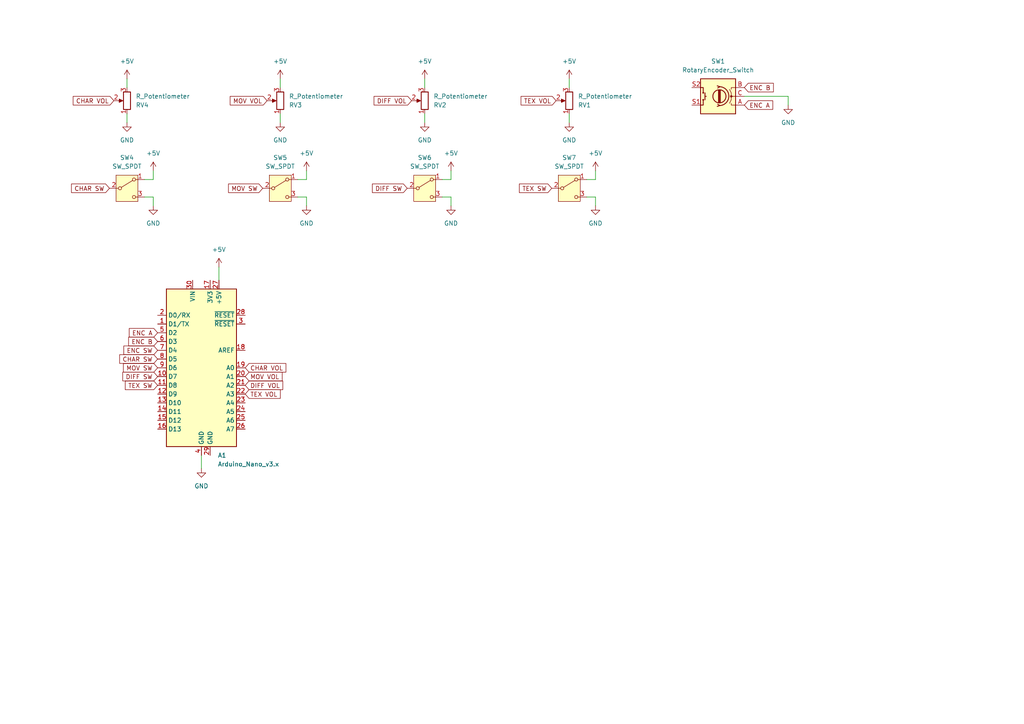
<source format=kicad_sch>
(kicad_sch (version 20230121) (generator eeschema)
  (paper "A4")
  (lib_symbols
    (symbol "Device:R_Potentiometer" (pin_names (offset 1.016) hide)
      (property "Reference" "RV" (at -4.445 0 90))
      (property "Value" "R_Potentiometer" (at -2.54 0 90))
      (symbol "R_Potentiometer_0_1"
        (polyline (pts (xy 2.54 0) (xy 1.524 0)))
        (polyline (pts (xy 1.143 0) (xy 2.286 0.508) (xy 2.286 -0.508) (xy 1.143 0)) (fill (type outline)))
        (rectangle (start 1.016 2.54) (end -1.016 -2.54) (stroke (width 0.254)))
      )
      (symbol "R_Potentiometer_1_1"
        (pin passive line (at 0 3.81 270) (length 1.27) (name "1") (number "1"))
        (pin passive line (at 3.81 0 180) (length 1.27) (name "2") (number "2"))
        (pin passive line (at 0 -3.81 90) (length 1.27) (name "3") (number "3"))
      )
    )
    (symbol "Device:RotaryEncoder_Switch" (pin_names (offset 0.254) hide)
      (property "Reference" "SW" (at 0 6.604 0))
      (property "Value" "RotaryEncoder_Switch" (at 0 -6.604 0))
      (symbol "RotaryEncoder_Switch_0_1"
        (rectangle (start -5.08 5.08) (end 5.08 -5.08) (stroke (width 0.254)) (fill (type background)))
        (circle (center -3.81 0) (radius 0.254) (fill (type outline)))
        (circle (center -0.381 0) (radius 1.905) (stroke (width 0.254)))
        (arc (start -0.381 2.667) (mid -3.0988 -0.0635) (end -0.381 -2.794) (stroke (width 0.254)))
        (polyline (pts (xy -0.635 -1.778) (xy -0.635 1.778)) (stroke (width 0.254)))
        (polyline (pts (xy -0.381 -1.778) (xy -0.381 1.778)) (stroke (width 0.254)))
        (polyline (pts (xy -0.127 1.778) (xy -0.127 -1.778)) (stroke (width 0.254)))
        (polyline (pts (xy 3.81 0) (xy 3.429 0)) (stroke (width 0.254)))
        (polyline (pts (xy 3.81 1.016) (xy 3.81 -1.016)) (stroke (width 0.254)))
        (polyline (pts (xy -5.08 -2.54) (xy -3.81 -2.54) (xy -3.81 -2.032)))
        (polyline (pts (xy -5.08 2.54) (xy -3.81 2.54) (xy -3.81 2.032)))
        (polyline (pts (xy 0.254 -3.048) (xy -0.508 -2.794) (xy 0.127 -2.413)) (stroke (width 0.254)))
        (polyline (pts (xy 0.254 2.921) (xy -0.508 2.667) (xy 0.127 2.286)) (stroke (width 0.254)))
        (polyline (pts (xy 5.08 -2.54) (xy 4.318 -2.54) (xy 4.318 -1.016)) (stroke (width 0.254)))
        (polyline (pts (xy 5.08 2.54) (xy 4.318 2.54) (xy 4.318 1.016)) (stroke (width 0.254)))
        (polyline (pts (xy -5.08 0) (xy -3.81 0) (xy -3.81 -1.016) (xy -3.302 -2.032)))
        (polyline (pts (xy -4.318 0) (xy -3.81 0) (xy -3.81 1.016) (xy -3.302 2.032)))
        (circle (center 4.318 -1.016) (radius 0.127) (stroke (width 0.254)))
        (circle (center 4.318 1.016) (radius 0.127) (stroke (width 0.254)))
      )
      (symbol "RotaryEncoder_Switch_1_1"
        (pin passive line (at -7.62 2.54 0) (length 2.54) (name "A") (number "A"))
        (pin passive line (at -7.62 -2.54 0) (length 2.54) (name "B") (number "B"))
        (pin passive line (at -7.62 0 0) (length 2.54) (name "C") (number "C"))
        (pin passive line (at 7.62 2.54 180) (length 2.54) (name "S1") (number "S1"))
        (pin passive line (at 7.62 -2.54 180) (length 2.54) (name "S2") (number "S2"))
      )
    )
    (symbol "MCU_Module:Arduino_Nano_v3.x"
      (property "Reference" "A" (at -10.16 23.495 0))
      (property "Value" "Arduino_Nano_v3.x" (at 5.08 -24.13 0))
      (symbol "Arduino_Nano_v3.x_0_1"
        (rectangle (start -10.16 22.86) (end 10.16 -22.86) (stroke (width 0.254)) (fill (type background)))
      )
      (symbol "Arduino_Nano_v3.x_1_1"
        (pin bidirectional line (at -12.7 12.7 0) (length 2.54) (name "D1/TX") (number "1"))
        (pin bidirectional line (at -12.7 -2.54 0) (length 2.54) (name "D7") (number "10"))
        (pin bidirectional line (at -12.7 -5.08 0) (length 2.54) (name "D8") (number "11"))
        (pin bidirectional line (at -12.7 -7.62 0) (length 2.54) (name "D9") (number "12"))
        (pin bidirectional line (at -12.7 -10.16 0) (length 2.54) (name "D10") (number "13"))
        (pin bidirectional line (at -12.7 -12.7 0) (length 2.54) (name "D11") (number "14"))
        (pin bidirectional line (at -12.7 -15.24 0) (length 2.54) (name "D12") (number "15"))
        (pin bidirectional line (at -12.7 -17.78 0) (length 2.54) (name "D13") (number "16"))
        (pin power_out line (at 2.54 25.4 270) (length 2.54) (name "3V3") (number "17"))
        (pin input line (at 12.7 5.08 180) (length 2.54) (name "AREF") (number "18"))
        (pin bidirectional line (at 12.7 0 180) (length 2.54) (name "A0") (number "19"))
        (pin bidirectional line (at -12.7 15.24 0) (length 2.54) (name "D0/RX") (number "2"))
        (pin bidirectional line (at 12.7 -2.54 180) (length 2.54) (name "A1") (number "20"))
        (pin bidirectional line (at 12.7 -5.08 180) (length 2.54) (name "A2") (number "21"))
        (pin bidirectional line (at 12.7 -7.62 180) (length 2.54) (name "A3") (number "22"))
        (pin bidirectional line (at 12.7 -10.16 180) (length 2.54) (name "A4") (number "23"))
        (pin bidirectional line (at 12.7 -12.7 180) (length 2.54) (name "A5") (number "24"))
        (pin bidirectional line (at 12.7 -15.24 180) (length 2.54) (name "A6") (number "25"))
        (pin bidirectional line (at 12.7 -17.78 180) (length 2.54) (name "A7") (number "26"))
        (pin power_out line (at 5.08 25.4 270) (length 2.54) (name "+5V") (number "27"))
        (pin input line (at 12.7 15.24 180) (length 2.54) (name "~{RESET}") (number "28"))
        (pin power_in line (at 2.54 -25.4 90) (length 2.54) (name "GND") (number "29"))
        (pin input line (at 12.7 12.7 180) (length 2.54) (name "~{RESET}") (number "3"))
        (pin power_in line (at -2.54 25.4 270) (length 2.54) (name "VIN") (number "30"))
        (pin power_in line (at 0 -25.4 90) (length 2.54) (name "GND") (number "4"))
        (pin bidirectional line (at -12.7 10.16 0) (length 2.54) (name "D2") (number "5"))
        (pin bidirectional line (at -12.7 7.62 0) (length 2.54) (name "D3") (number "6"))
        (pin bidirectional line (at -12.7 5.08 0) (length 2.54) (name "D4") (number "7"))
        (pin bidirectional line (at -12.7 2.54 0) (length 2.54) (name "D5") (number "8"))
        (pin bidirectional line (at -12.7 0 0) (length 2.54) (name "D6") (number "9"))
      )
    )
    (symbol "Switch:SW_SPDT" (pin_names (offset 0) hide)
      (property "Reference" "SW" (at 0 5.08 0))
      (property "Value" "SW_SPDT" (at 0 -5.08 0))
      (symbol "SW_SPDT_0_1"
        (circle (center -2.032 0) (radius 0.4572))
        (polyline (pts (xy -1.651 0.254) (xy 1.651 2.286)))
        (circle (center 2.032 -2.54) (radius 0.4572))
        (circle (center 2.032 2.54) (radius 0.4572))
      )
      (symbol "SW_SPDT_1_1"
        (rectangle (start -3.175 3.81) (end 3.175 -3.81) (fill (type background)))
        (pin passive line (at 5.08 2.54 180) (length 2.54) (name "A") (number "1"))
        (pin passive line (at -5.08 0 0) (length 2.54) (name "B") (number "2"))
        (pin passive line (at 5.08 -2.54 180) (length 2.54) (name "C") (number "3"))
      )
    )
    (symbol "power:+5V" (power) (pin_names (offset 0))
      (property "Value" "+5V" (at 0 3.556 0))
      (symbol "+5V_0_1"
        (polyline (pts (xy -0.762 1.27) (xy 0 2.54)))
        (polyline (pts (xy 0 0) (xy 0 2.54)))
        (polyline (pts (xy 0 2.54) (xy 0.762 1.27)))
      )
      (symbol "+5V_1_1"
        (pin power_in line (at 0 0 90) (length 0) hide (name "+5V") (number "1"))
      )
    )
    (symbol "power:GND" (power) (pin_names (offset 0))
      (property "Value" "GND" (at 0 -3.81 0))
      (symbol "GND_0_1"
        (polyline (pts (xy 0 0) (xy 0 -1.27) (xy 1.27 -1.27) (xy 0 -2.54) (xy -1.27 -1.27) (xy 0 -1.27)))
      )
      (symbol "GND_1_1"
        (pin power_in line (at 0 0 270) (length 0) hide (name "GND") (number "1"))
      )
    )
  )
  (wire (pts (xy 44.45 52.07) (xy 44.45 49.53)))
  (wire (pts (xy 172.72 57.15) (xy 172.72 59.69)))
  (wire (pts (xy 44.45 57.15) (xy 44.45 59.69)))
  (wire (pts (xy 86.36 52.07) (xy 88.9 52.07)))
  (wire (pts (xy 170.18 57.15) (xy 172.72 57.15)))
  (wire (pts (xy 88.9 57.15) (xy 88.9 59.69)))
  (wire (pts (xy 128.27 57.15) (xy 130.81 57.15)))
  (wire (pts (xy 81.28 22.86) (xy 81.28 25.4)))
  (wire (pts (xy 36.83 33.02) (xy 36.83 35.56)))
  (wire (pts (xy 41.91 52.07) (xy 44.45 52.07)))
  (wire (pts (xy 36.83 22.86) (xy 36.83 25.4)))
  (wire (pts (xy 123.19 22.86) (xy 123.19 25.4)))
  (wire (pts (xy 63.5 77.47) (xy 63.5 81.28)))
  (wire (pts (xy 170.18 52.07) (xy 172.72 52.07)))
  (wire (pts (xy 81.28 33.02) (xy 81.28 35.56)))
  (wire (pts (xy 86.36 57.15) (xy 88.9 57.15)))
  (wire (pts (xy 215.9 27.94) (xy 228.6 27.94)))
  (wire (pts (xy 165.1 22.86) (xy 165.1 25.4)))
  (wire (pts (xy 228.6 27.94) (xy 228.6 30.48)))
  (wire (pts (xy 165.1 33.02) (xy 165.1 35.56)))
  (wire (pts (xy 130.81 57.15) (xy 130.81 59.69)))
  (wire (pts (xy 88.9 52.07) (xy 88.9 49.53)))
  (wire (pts (xy 128.27 52.07) (xy 130.81 52.07)))
  (wire (pts (xy 172.72 52.07) (xy 172.72 49.53)))
  (wire (pts (xy 123.19 33.02) (xy 123.19 35.56)))
  (wire (pts (xy 41.91 57.15) (xy 44.45 57.15)))
  (wire (pts (xy 130.81 52.07) (xy 130.81 49.53)))
  (wire (pts (xy 58.42 132.08) (xy 58.42 135.89)))
  (global_label "DIFF VOL" (shape input) (at 71.12 111.76 0) (property "Intersheetrefs" "${INTERSHEET_REFS}" (effects hide)))
  (global_label "ENC B" (shape input) (at 45.72 99.06 180) (property "Intersheetrefs" "${INTERSHEET_REFS}" (effects hide)))
  (global_label "ENC B" (shape input) (at 215.9 25.4 0) (property "Intersheetrefs" "${INTERSHEET_REFS}" (effects hide)))
  (global_label "DIFF SW" (shape input) (at 118.11 54.61 180) (property "Intersheetrefs" "${INTERSHEET_REFS}" (effects hide)))
  (global_label "CHAR SW" (shape input) (at 31.75 54.61 180) (property "Intersheetrefs" "${INTERSHEET_REFS}" (effects hide)))
  (global_label "CHAR SW" (shape input) (at 45.72 104.14 180) (property "Intersheetrefs" "${INTERSHEET_REFS}" (effects hide)))
  (global_label "CHAR VOL" (shape input) (at 33.02 29.21 180) (property "Intersheetrefs" "${INTERSHEET_REFS}" (effects hide)))
  (global_label "DIFF SW" (shape input) (at 45.72 109.22 180) (property "Intersheetrefs" "${INTERSHEET_REFS}" (effects hide)))
  (global_label "CHAR VOL" (shape input) (at 71.12 106.68 0) (property "Intersheetrefs" "${INTERSHEET_REFS}" (effects hide)))
  (global_label "TEX SW" (shape input) (at 45.72 111.76 180) (property "Intersheetrefs" "${INTERSHEET_REFS}" (effects hide)))
  (global_label "TEX SW" (shape input) (at 160.02 54.61 180) (property "Intersheetrefs" "${INTERSHEET_REFS}" (effects hide)))
  (global_label "ENC A" (shape input) (at 45.72 96.52 180) (property "Intersheetrefs" "${INTERSHEET_REFS}" (effects hide)))
  (global_label "ENC SW" (shape input) (at 45.72 101.6 180) (property "Intersheetrefs" "${INTERSHEET_REFS}" (effects hide)))
  (global_label "MOV VOL" (shape input) (at 71.12 109.22 0) (property "Intersheetrefs" "${INTERSHEET_REFS}" (effects hide)))
  (global_label "TEX VOL" (shape input) (at 71.12 114.3 0) (property "Intersheetrefs" "${INTERSHEET_REFS}" (effects hide)))
  (global_label "MOV SW" (shape input) (at 76.2 54.61 180) (property "Intersheetrefs" "${INTERSHEET_REFS}" (effects hide)))
  (global_label "MOV VOL" (shape input) (at 77.47 29.21 180) (property "Intersheetrefs" "${INTERSHEET_REFS}" (effects hide)))
  (global_label "ENC A" (shape input) (at 215.9 30.48 0) (property "Intersheetrefs" "${INTERSHEET_REFS}" (effects hide)))
  (global_label "DIFF VOL" (shape input) (at 119.38 29.21 180) (property "Intersheetrefs" "${INTERSHEET_REFS}" (effects hide)))
  (global_label "MOV SW" (shape input) (at 45.72 106.68 180) (property "Intersheetrefs" "${INTERSHEET_REFS}" (effects hide)))
  (global_label "TEX VOL" (shape input) (at 161.29 29.21 180) (property "Intersheetrefs" "${INTERSHEET_REFS}" (effects hide)))
  (symbol (lib_id "power:GND") (at 81.28 35.56 0) (unit 1)
    (property "Reference" "#PWR04" (effects hide))
    (property "Value" "GND" (at 81.28 40.64 0))
  )
  (symbol (lib_id "power:+5V") (at 36.83 22.86 0) (unit 1)
    (property "Reference" "#PWR017" (effects hide))
    (property "Value" "+5V" (at 36.83 17.78 0))
  )
  (symbol (lib_id "power:+5V") (at 44.45 49.53 0) (unit 1)
    (property "Reference" "#PWR05" (effects hide))
    (property "Value" "+5V" (at 44.45 44.45 0))
  )
  (symbol (lib_id "power:+5V") (at 165.1 22.86 0) (unit 1)
    (property "Reference" "#PWR014" (effects hide))
    (property "Value" "+5V" (at 165.1 17.78 0))
  )
  (symbol (lib_id "Device:R_Potentiometer") (at 36.83 29.21 180) (unit 1)
    (property "Reference" "RV4" (at 39.37 30.48 0) (effects (justify right)))
    (property "Value" "R_Potentiometer" (at 39.37 27.94 0) (effects (justify right)))
  )
  (symbol (lib_id "Device:R_Potentiometer") (at 165.1 29.21 180) (unit 1)
    (property "Reference" "RV1" (at 167.64 30.48 0) (effects (justify right)))
    (property "Value" "R_Potentiometer" (at 167.64 27.94 0) (effects (justify right)))
  )
  (symbol (lib_id "Switch:SW_SPDT") (at 123.19 54.61 0) (unit 1)
    (property "Reference" "SW6" (at 123.19 45.72 0))
    (property "Value" "SW_SPDT" (at 123.19 48.26 0))
  )
  (symbol (lib_id "power:GND") (at 88.9 59.69 0) (unit 1)
    (property "Reference" "#PWR08" (effects hide))
    (property "Value" "GND" (at 88.9 64.77 0))
  )
  (symbol (lib_id "power:GND") (at 123.19 35.56 0) (unit 1)
    (property "Reference" "#PWR03" (effects hide))
    (property "Value" "GND" (at 123.19 40.64 0))
  )
  (symbol (lib_id "Switch:SW_SPDT") (at 81.28 54.61 0) (unit 1)
    (property "Reference" "SW5" (at 81.28 45.72 0))
    (property "Value" "SW_SPDT" (at 81.28 48.26 0))
  )
  (symbol (lib_id "power:GND") (at 130.81 59.69 0) (unit 1)
    (property "Reference" "#PWR010" (effects hide))
    (property "Value" "GND" (at 130.81 64.77 0))
  )
  (symbol (lib_id "MCU_Module:Arduino_Nano_v3.x") (at 58.42 106.68 0) (unit 1)
    (property "Reference" "A1" (at 63.1541 132.08 0) (effects (justify left)))
    (property "Value" "Arduino_Nano_v3.x" (at 63.1541 134.62 0) (effects (justify left)))
    (property "Footprint" "Module:Arduino_Nano" (effects hide))
    (property "Datasheet" "http://www.mouser.com/pdfdocs/Gravitech_Arduino_Nano3_0.pdf" (effects hide))
  )
  (symbol (lib_id "power:+5V") (at 63.5 77.47 0) (unit 1)
    (property "Reference" "#PWR018" (effects hide))
    (property "Value" "+5V" (at 63.5 72.39 0))
  )
  (symbol (lib_id "power:GND") (at 165.1 35.56 0) (unit 1)
    (property "Reference" "#PWR02" (effects hide))
    (property "Value" "GND" (at 165.1 40.64 0))
  )
  (symbol (lib_id "power:+5V") (at 81.28 22.86 0) (unit 1)
    (property "Reference" "#PWR016" (effects hide))
    (property "Value" "+5V" (at 81.28 17.78 0))
  )
  (symbol (lib_id "Device:R_Potentiometer") (at 123.19 29.21 180) (unit 1)
    (property "Reference" "RV2" (at 125.73 30.48 0) (effects (justify right)))
    (property "Value" "R_Potentiometer" (at 125.73 27.94 0) (effects (justify right)))
  )
  (symbol (lib_id "Switch:SW_SPDT") (at 165.1 54.61 0) (unit 1)
    (property "Reference" "SW7" (at 165.1 45.72 0))
    (property "Value" "SW_SPDT" (at 165.1 48.26 0))
  )
  (symbol (lib_id "power:GND") (at 58.42 135.89 0) (unit 1)
    (property "Reference" "#PWR019" (effects hide))
    (property "Value" "GND" (at 58.42 140.97 0))
  )
  (symbol (lib_id "power:GND") (at 228.6 30.48 0) (unit 1)
    (property "Reference" "#PWR01" (effects hide))
    (property "Value" "GND" (at 228.6 35.56 0))
  )
  (symbol (lib_id "power:+5V") (at 88.9 49.53 0) (unit 1)
    (property "Reference" "#PWR07" (effects hide))
    (property "Value" "+5V" (at 88.9 44.45 0))
  )
  (symbol (lib_id "power:+5V") (at 123.19 22.86 0) (unit 1)
    (property "Reference" "#PWR015" (effects hide))
    (property "Value" "+5V" (at 123.19 17.78 0))
  )
  (symbol (lib_id "power:+5V") (at 172.72 49.53 0) (unit 1)
    (property "Reference" "#PWR011" (effects hide))
    (property "Value" "+5V" (at 172.72 44.45 0))
  )
  (symbol (lib_id "Switch:SW_SPDT") (at 36.83 54.61 0) (unit 1)
    (property "Reference" "SW4" (at 36.83 45.72 0))
    (property "Value" "SW_SPDT" (at 36.83 48.26 0))
  )
  (symbol (lib_id "power:GND") (at 172.72 59.69 0) (unit 1)
    (property "Reference" "#PWR012" (effects hide))
    (property "Value" "GND" (at 172.72 64.77 0))
  )
  (symbol (lib_id "power:GND") (at 36.83 35.56 0) (unit 1)
    (property "Reference" "#PWR013" (effects hide))
    (property "Value" "GND" (at 36.83 40.64 0))
  )
  (symbol (lib_id "power:GND") (at 44.45 59.69 0) (unit 1)
    (property "Reference" "#PWR06" (effects hide))
    (property "Value" "GND" (at 44.45 64.77 0))
  )
  (symbol (lib_id "power:+5V") (at 130.81 49.53 0) (unit 1)
    (property "Reference" "#PWR09" (effects hide))
    (property "Value" "+5V" (at 130.81 44.45 0))
  )
  (symbol (lib_id "Device:RotaryEncoder_Switch") (at 208.28 27.94 180) (unit 1)
    (property "Reference" "SW1" (at 208.28 17.78 0))
    (property "Value" "RotaryEncoder_Switch" (at 208.28 20.32 0))
  )
  (symbol (lib_id "Device:R_Potentiometer") (at 81.28 29.21 180) (unit 1)
    (property "Reference" "RV3" (at 83.82 30.48 0) (effects (justify right)))
    (property "Value" "R_Potentiometer" (at 83.82 27.94 0) (effects (justify right)))
  )
)
</source>
